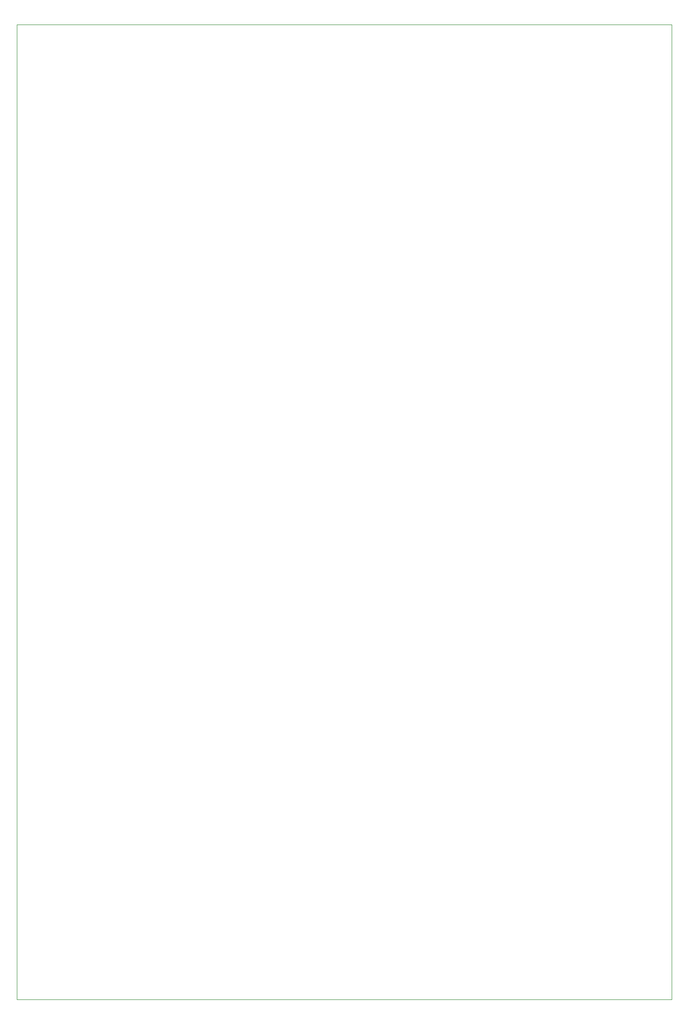
<source format=gm1>
G04 #@! TF.GenerationSoftware,KiCad,Pcbnew,7.0.7*
G04 #@! TF.CreationDate,2023-10-20T13:35:02-04:00*
G04 #@! TF.ProjectId,Schematic,53636865-6d61-4746-9963-2e6b69636164,rev?*
G04 #@! TF.SameCoordinates,Original*
G04 #@! TF.FileFunction,Profile,NP*
%FSLAX46Y46*%
G04 Gerber Fmt 4.6, Leading zero omitted, Abs format (unit mm)*
G04 Created by KiCad (PCBNEW 7.0.7) date 2023-10-20 13:35:02*
%MOMM*%
%LPD*%
G01*
G04 APERTURE LIST*
G04 #@! TA.AperFunction,Profile*
%ADD10C,0.100000*%
G04 #@! TD*
G04 APERTURE END LIST*
D10*
X35814000Y-23495000D02*
X151130000Y-23495000D01*
X151130000Y-194945000D01*
X35814000Y-194945000D01*
X35814000Y-23495000D01*
M02*

</source>
